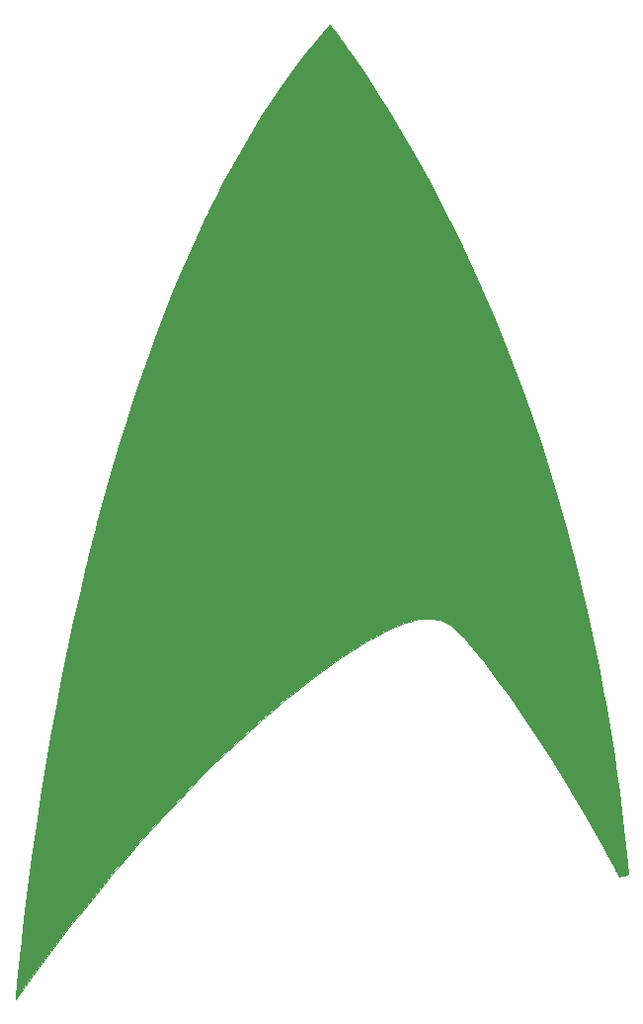
<source format=gbr>
G04 #@! TF.GenerationSoftware,KiCad,Pcbnew,5.1.4-e60b266~84~ubuntu18.04.1*
G04 #@! TF.CreationDate,2019-09-14T19:56:36-06:00*
G04 #@! TF.ProjectId,001,3030312e-6b69-4636-9164-5f7063625858,1*
G04 #@! TF.SameCoordinates,Original*
G04 #@! TF.FileFunction,Soldermask,Top*
G04 #@! TF.FilePolarity,Negative*
%FSLAX46Y46*%
G04 Gerber Fmt 4.6, Leading zero omitted, Abs format (unit mm)*
G04 Created by KiCad (PCBNEW 5.1.4-e60b266~84~ubuntu18.04.1) date 2019-09-14 19:56:36*
%MOMM*%
%LPD*%
G04 APERTURE LIST*
%ADD10C,0.010000*%
G04 APERTURE END LIST*
D10*
G36*
X138237331Y-42049516D02*
G01*
X138276110Y-42096624D01*
X138335167Y-42172809D01*
X138412487Y-42275277D01*
X138506055Y-42401238D01*
X138613855Y-42547901D01*
X138733873Y-42712473D01*
X138864094Y-42892163D01*
X139002502Y-43084180D01*
X139147083Y-43285732D01*
X139295821Y-43494028D01*
X139446701Y-43706276D01*
X139597708Y-43919684D01*
X139746828Y-44131462D01*
X139892045Y-44338818D01*
X140031343Y-44538960D01*
X140089255Y-44622592D01*
X141237312Y-46316044D01*
X142357539Y-48034818D01*
X143450624Y-49780135D01*
X144517257Y-51553215D01*
X145558127Y-53355280D01*
X146573924Y-55187550D01*
X147565336Y-57051245D01*
X148533054Y-58947586D01*
X149477766Y-60877794D01*
X150400162Y-62843090D01*
X150494212Y-63048176D01*
X151426896Y-65133734D01*
X152329890Y-67248847D01*
X153202925Y-69392627D01*
X154045729Y-71564185D01*
X154858031Y-73762635D01*
X155639559Y-75987088D01*
X156390044Y-78236657D01*
X157109212Y-80510455D01*
X157796795Y-82807593D01*
X158452519Y-85127184D01*
X159076115Y-87468340D01*
X159667311Y-89830174D01*
X160225836Y-92211798D01*
X160751419Y-94612324D01*
X161243789Y-97030865D01*
X161702675Y-99466532D01*
X161823899Y-100144527D01*
X162081457Y-101642388D01*
X162328901Y-103162775D01*
X162565224Y-104698271D01*
X162789416Y-106241455D01*
X163000468Y-107784909D01*
X163197372Y-109321214D01*
X163379119Y-110842950D01*
X163544700Y-112342698D01*
X163693105Y-113813040D01*
X163717579Y-114070426D01*
X163732302Y-114225547D01*
X163746252Y-114370299D01*
X163758797Y-114498275D01*
X163769301Y-114603071D01*
X163777132Y-114678281D01*
X163781550Y-114716738D01*
X163791694Y-114791550D01*
X163410186Y-114905192D01*
X163278027Y-114943288D01*
X163166819Y-114972811D01*
X163081661Y-114992553D01*
X163027651Y-115001311D01*
X163010398Y-114999713D01*
X162996238Y-114977087D01*
X162964508Y-114921720D01*
X162917719Y-114838144D01*
X162858380Y-114730887D01*
X162789000Y-114604477D01*
X162712092Y-114463444D01*
X162659621Y-114366759D01*
X161990009Y-113141797D01*
X161316694Y-111932282D01*
X160640586Y-110739621D01*
X159962592Y-109565223D01*
X159283624Y-108410494D01*
X158604590Y-107276843D01*
X157926398Y-106165678D01*
X157249960Y-105078407D01*
X156576183Y-104016437D01*
X155905978Y-102981176D01*
X155240252Y-101974032D01*
X154579916Y-100996414D01*
X153925879Y-100049728D01*
X153279050Y-99135383D01*
X152640339Y-98254787D01*
X152010654Y-97409347D01*
X151390905Y-96600472D01*
X150782001Y-95829568D01*
X150322609Y-95264558D01*
X150008055Y-94892314D01*
X149708073Y-94557467D01*
X149420602Y-94258482D01*
X149143584Y-93993827D01*
X148874961Y-93761966D01*
X148612673Y-93561368D01*
X148354661Y-93390497D01*
X148098866Y-93247820D01*
X147843230Y-93131803D01*
X147585693Y-93040913D01*
X147324197Y-92973616D01*
X147219794Y-92953274D01*
X147004591Y-92925024D01*
X146761943Y-92910474D01*
X146504457Y-92909616D01*
X146244740Y-92922441D01*
X145995399Y-92948941D01*
X145959736Y-92954085D01*
X145530826Y-93034181D01*
X145078541Y-93149563D01*
X144602889Y-93300227D01*
X144103879Y-93486169D01*
X143581519Y-93707387D01*
X143035818Y-93963877D01*
X142466783Y-94255636D01*
X141874425Y-94582660D01*
X141814650Y-94616875D01*
X140913713Y-95149962D01*
X139999099Y-95722334D01*
X139071427Y-96333428D01*
X138131311Y-96982681D01*
X137179370Y-97669532D01*
X136216219Y-98393417D01*
X135242476Y-99153773D01*
X134258757Y-99950038D01*
X133265679Y-100781650D01*
X132263858Y-101648046D01*
X131253912Y-102548663D01*
X130236457Y-103482938D01*
X129212109Y-104450309D01*
X128181486Y-105450213D01*
X127145205Y-106482087D01*
X126103881Y-107545370D01*
X125058132Y-108639498D01*
X124008575Y-109763908D01*
X122955826Y-110918039D01*
X121900501Y-112101326D01*
X120843218Y-113313209D01*
X119784594Y-114553123D01*
X119203376Y-115245176D01*
X118147463Y-116523359D01*
X117105182Y-117812708D01*
X116072587Y-119118314D01*
X115045734Y-120445272D01*
X114020677Y-121798672D01*
X112993471Y-123183609D01*
X112062420Y-124463259D01*
X111901264Y-124686666D01*
X111763077Y-124878063D01*
X111646103Y-125039805D01*
X111548588Y-125174245D01*
X111468776Y-125283738D01*
X111404913Y-125370638D01*
X111355242Y-125437299D01*
X111318010Y-125486074D01*
X111291460Y-125519318D01*
X111273839Y-125539385D01*
X111263390Y-125548629D01*
X111258359Y-125549404D01*
X111256990Y-125544063D01*
X111256986Y-125543552D01*
X111259123Y-125515276D01*
X111265303Y-125448303D01*
X111275174Y-125346039D01*
X111288389Y-125211892D01*
X111304598Y-125049269D01*
X111323451Y-124861578D01*
X111344599Y-124652224D01*
X111367694Y-124424617D01*
X111392385Y-124182162D01*
X111418323Y-123928268D01*
X111445160Y-123666341D01*
X111472545Y-123399789D01*
X111500130Y-123132019D01*
X111527565Y-122866438D01*
X111554501Y-122606454D01*
X111580588Y-122355473D01*
X111605477Y-122116903D01*
X111628820Y-121894152D01*
X111650266Y-121690626D01*
X111669467Y-121509732D01*
X111686072Y-121354879D01*
X111692143Y-121298842D01*
X111993987Y-118636870D01*
X112318771Y-115990392D01*
X112666178Y-113361263D01*
X113035892Y-110751338D01*
X113427593Y-108162473D01*
X113840966Y-105596521D01*
X114275692Y-103055338D01*
X114731455Y-100540777D01*
X115207936Y-98054695D01*
X115704820Y-95598946D01*
X116221787Y-93175384D01*
X116758522Y-90785864D01*
X117314706Y-88432242D01*
X117318539Y-88416426D01*
X117360287Y-88244397D01*
X117399434Y-88083627D01*
X117436806Y-87930889D01*
X117473228Y-87782959D01*
X117509525Y-87636613D01*
X117546522Y-87488625D01*
X117585044Y-87335770D01*
X117625917Y-87174825D01*
X117669964Y-87002564D01*
X117718012Y-86815762D01*
X117770885Y-86611195D01*
X117829408Y-86385638D01*
X117894407Y-86135866D01*
X117966707Y-85858655D01*
X118047132Y-85550779D01*
X118136508Y-85209014D01*
X118235660Y-84830135D01*
X118255434Y-84754592D01*
X118830334Y-82607675D01*
X119420842Y-80499527D01*
X120026940Y-78430203D01*
X120648608Y-76399757D01*
X121285828Y-74408243D01*
X121938580Y-72455715D01*
X122606846Y-70542228D01*
X123290606Y-68667834D01*
X123989841Y-66832589D01*
X124704532Y-65036547D01*
X125434660Y-63279761D01*
X126180205Y-61562286D01*
X126941150Y-59884176D01*
X127303116Y-59111176D01*
X127494111Y-58711151D01*
X127701492Y-58283539D01*
X127921612Y-57835556D01*
X128150823Y-57374417D01*
X128385477Y-56907338D01*
X128621927Y-56441535D01*
X128856525Y-55984223D01*
X129085625Y-55542619D01*
X129305578Y-55123937D01*
X129512737Y-54735394D01*
X129550024Y-54666176D01*
X130221141Y-53447049D01*
X130904631Y-52253658D01*
X131599310Y-51087793D01*
X132303989Y-49951247D01*
X133017484Y-48845811D01*
X133738608Y-47773276D01*
X134466175Y-46735435D01*
X135198998Y-45734079D01*
X135935891Y-44771000D01*
X136675668Y-43847990D01*
X136861737Y-43622729D01*
X136949248Y-43516884D01*
X137026865Y-43421945D01*
X137090736Y-43342713D01*
X137137006Y-43283989D01*
X137161824Y-43250572D01*
X137164986Y-43244899D01*
X137178434Y-43225001D01*
X137216276Y-43177783D01*
X137274763Y-43107544D01*
X137350142Y-43018586D01*
X137438664Y-42915208D01*
X137536576Y-42801713D01*
X137640130Y-42682399D01*
X137745572Y-42561569D01*
X137849153Y-42443523D01*
X137947122Y-42332561D01*
X138035728Y-42232985D01*
X138111219Y-42149094D01*
X138169845Y-42085190D01*
X138207856Y-42045573D01*
X138220846Y-42034275D01*
X138237331Y-42049516D01*
X138237331Y-42049516D01*
G37*
X138237331Y-42049516D02*
X138276110Y-42096624D01*
X138335167Y-42172809D01*
X138412487Y-42275277D01*
X138506055Y-42401238D01*
X138613855Y-42547901D01*
X138733873Y-42712473D01*
X138864094Y-42892163D01*
X139002502Y-43084180D01*
X139147083Y-43285732D01*
X139295821Y-43494028D01*
X139446701Y-43706276D01*
X139597708Y-43919684D01*
X139746828Y-44131462D01*
X139892045Y-44338818D01*
X140031343Y-44538960D01*
X140089255Y-44622592D01*
X141237312Y-46316044D01*
X142357539Y-48034818D01*
X143450624Y-49780135D01*
X144517257Y-51553215D01*
X145558127Y-53355280D01*
X146573924Y-55187550D01*
X147565336Y-57051245D01*
X148533054Y-58947586D01*
X149477766Y-60877794D01*
X150400162Y-62843090D01*
X150494212Y-63048176D01*
X151426896Y-65133734D01*
X152329890Y-67248847D01*
X153202925Y-69392627D01*
X154045729Y-71564185D01*
X154858031Y-73762635D01*
X155639559Y-75987088D01*
X156390044Y-78236657D01*
X157109212Y-80510455D01*
X157796795Y-82807593D01*
X158452519Y-85127184D01*
X159076115Y-87468340D01*
X159667311Y-89830174D01*
X160225836Y-92211798D01*
X160751419Y-94612324D01*
X161243789Y-97030865D01*
X161702675Y-99466532D01*
X161823899Y-100144527D01*
X162081457Y-101642388D01*
X162328901Y-103162775D01*
X162565224Y-104698271D01*
X162789416Y-106241455D01*
X163000468Y-107784909D01*
X163197372Y-109321214D01*
X163379119Y-110842950D01*
X163544700Y-112342698D01*
X163693105Y-113813040D01*
X163717579Y-114070426D01*
X163732302Y-114225547D01*
X163746252Y-114370299D01*
X163758797Y-114498275D01*
X163769301Y-114603071D01*
X163777132Y-114678281D01*
X163781550Y-114716738D01*
X163791694Y-114791550D01*
X163410186Y-114905192D01*
X163278027Y-114943288D01*
X163166819Y-114972811D01*
X163081661Y-114992553D01*
X163027651Y-115001311D01*
X163010398Y-114999713D01*
X162996238Y-114977087D01*
X162964508Y-114921720D01*
X162917719Y-114838144D01*
X162858380Y-114730887D01*
X162789000Y-114604477D01*
X162712092Y-114463444D01*
X162659621Y-114366759D01*
X161990009Y-113141797D01*
X161316694Y-111932282D01*
X160640586Y-110739621D01*
X159962592Y-109565223D01*
X159283624Y-108410494D01*
X158604590Y-107276843D01*
X157926398Y-106165678D01*
X157249960Y-105078407D01*
X156576183Y-104016437D01*
X155905978Y-102981176D01*
X155240252Y-101974032D01*
X154579916Y-100996414D01*
X153925879Y-100049728D01*
X153279050Y-99135383D01*
X152640339Y-98254787D01*
X152010654Y-97409347D01*
X151390905Y-96600472D01*
X150782001Y-95829568D01*
X150322609Y-95264558D01*
X150008055Y-94892314D01*
X149708073Y-94557467D01*
X149420602Y-94258482D01*
X149143584Y-93993827D01*
X148874961Y-93761966D01*
X148612673Y-93561368D01*
X148354661Y-93390497D01*
X148098866Y-93247820D01*
X147843230Y-93131803D01*
X147585693Y-93040913D01*
X147324197Y-92973616D01*
X147219794Y-92953274D01*
X147004591Y-92925024D01*
X146761943Y-92910474D01*
X146504457Y-92909616D01*
X146244740Y-92922441D01*
X145995399Y-92948941D01*
X145959736Y-92954085D01*
X145530826Y-93034181D01*
X145078541Y-93149563D01*
X144602889Y-93300227D01*
X144103879Y-93486169D01*
X143581519Y-93707387D01*
X143035818Y-93963877D01*
X142466783Y-94255636D01*
X141874425Y-94582660D01*
X141814650Y-94616875D01*
X140913713Y-95149962D01*
X139999099Y-95722334D01*
X139071427Y-96333428D01*
X138131311Y-96982681D01*
X137179370Y-97669532D01*
X136216219Y-98393417D01*
X135242476Y-99153773D01*
X134258757Y-99950038D01*
X133265679Y-100781650D01*
X132263858Y-101648046D01*
X131253912Y-102548663D01*
X130236457Y-103482938D01*
X129212109Y-104450309D01*
X128181486Y-105450213D01*
X127145205Y-106482087D01*
X126103881Y-107545370D01*
X125058132Y-108639498D01*
X124008575Y-109763908D01*
X122955826Y-110918039D01*
X121900501Y-112101326D01*
X120843218Y-113313209D01*
X119784594Y-114553123D01*
X119203376Y-115245176D01*
X118147463Y-116523359D01*
X117105182Y-117812708D01*
X116072587Y-119118314D01*
X115045734Y-120445272D01*
X114020677Y-121798672D01*
X112993471Y-123183609D01*
X112062420Y-124463259D01*
X111901264Y-124686666D01*
X111763077Y-124878063D01*
X111646103Y-125039805D01*
X111548588Y-125174245D01*
X111468776Y-125283738D01*
X111404913Y-125370638D01*
X111355242Y-125437299D01*
X111318010Y-125486074D01*
X111291460Y-125519318D01*
X111273839Y-125539385D01*
X111263390Y-125548629D01*
X111258359Y-125549404D01*
X111256990Y-125544063D01*
X111256986Y-125543552D01*
X111259123Y-125515276D01*
X111265303Y-125448303D01*
X111275174Y-125346039D01*
X111288389Y-125211892D01*
X111304598Y-125049269D01*
X111323451Y-124861578D01*
X111344599Y-124652224D01*
X111367694Y-124424617D01*
X111392385Y-124182162D01*
X111418323Y-123928268D01*
X111445160Y-123666341D01*
X111472545Y-123399789D01*
X111500130Y-123132019D01*
X111527565Y-122866438D01*
X111554501Y-122606454D01*
X111580588Y-122355473D01*
X111605477Y-122116903D01*
X111628820Y-121894152D01*
X111650266Y-121690626D01*
X111669467Y-121509732D01*
X111686072Y-121354879D01*
X111692143Y-121298842D01*
X111993987Y-118636870D01*
X112318771Y-115990392D01*
X112666178Y-113361263D01*
X113035892Y-110751338D01*
X113427593Y-108162473D01*
X113840966Y-105596521D01*
X114275692Y-103055338D01*
X114731455Y-100540777D01*
X115207936Y-98054695D01*
X115704820Y-95598946D01*
X116221787Y-93175384D01*
X116758522Y-90785864D01*
X117314706Y-88432242D01*
X117318539Y-88416426D01*
X117360287Y-88244397D01*
X117399434Y-88083627D01*
X117436806Y-87930889D01*
X117473228Y-87782959D01*
X117509525Y-87636613D01*
X117546522Y-87488625D01*
X117585044Y-87335770D01*
X117625917Y-87174825D01*
X117669964Y-87002564D01*
X117718012Y-86815762D01*
X117770885Y-86611195D01*
X117829408Y-86385638D01*
X117894407Y-86135866D01*
X117966707Y-85858655D01*
X118047132Y-85550779D01*
X118136508Y-85209014D01*
X118235660Y-84830135D01*
X118255434Y-84754592D01*
X118830334Y-82607675D01*
X119420842Y-80499527D01*
X120026940Y-78430203D01*
X120648608Y-76399757D01*
X121285828Y-74408243D01*
X121938580Y-72455715D01*
X122606846Y-70542228D01*
X123290606Y-68667834D01*
X123989841Y-66832589D01*
X124704532Y-65036547D01*
X125434660Y-63279761D01*
X126180205Y-61562286D01*
X126941150Y-59884176D01*
X127303116Y-59111176D01*
X127494111Y-58711151D01*
X127701492Y-58283539D01*
X127921612Y-57835556D01*
X128150823Y-57374417D01*
X128385477Y-56907338D01*
X128621927Y-56441535D01*
X128856525Y-55984223D01*
X129085625Y-55542619D01*
X129305578Y-55123937D01*
X129512737Y-54735394D01*
X129550024Y-54666176D01*
X130221141Y-53447049D01*
X130904631Y-52253658D01*
X131599310Y-51087793D01*
X132303989Y-49951247D01*
X133017484Y-48845811D01*
X133738608Y-47773276D01*
X134466175Y-46735435D01*
X135198998Y-45734079D01*
X135935891Y-44771000D01*
X136675668Y-43847990D01*
X136861737Y-43622729D01*
X136949248Y-43516884D01*
X137026865Y-43421945D01*
X137090736Y-43342713D01*
X137137006Y-43283989D01*
X137161824Y-43250572D01*
X137164986Y-43244899D01*
X137178434Y-43225001D01*
X137216276Y-43177783D01*
X137274763Y-43107544D01*
X137350142Y-43018586D01*
X137438664Y-42915208D01*
X137536576Y-42801713D01*
X137640130Y-42682399D01*
X137745572Y-42561569D01*
X137849153Y-42443523D01*
X137947122Y-42332561D01*
X138035728Y-42232985D01*
X138111219Y-42149094D01*
X138169845Y-42085190D01*
X138207856Y-42045573D01*
X138220846Y-42034275D01*
X138237331Y-42049516D01*
M02*

</source>
